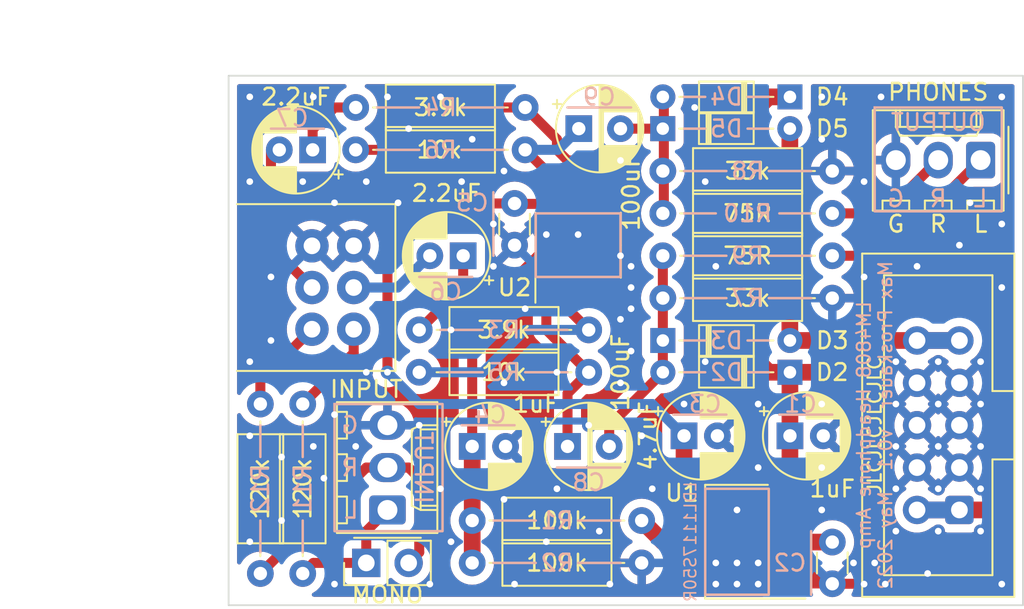
<source format=kicad_pcb>
(kicad_pcb (version 20211014) (generator pcbnew)
  (title_block (title "LM4808 Headphone Amp") (date "2022-05-30") (rev "0.1") (company "Max Proskauer"))
  (layers (0 "F.Cu" signal) (31 "B.Cu" signal) (34 "B.Paste" user) (35 "F.Paste" user) (36 "B.SilkS" user "B.Silkscreen") (37 "F.SilkS" user "F.Silkscreen") (38 "B.Mask" user) (39 "F.Mask" user) (44 "Edge.Cuts" user))
  (net 0 "")
  (net 1 "GND")
  (net 2 "+12V")
  (net 3 "+5V")
  (net 4 "/AMP_BIAS")
  (net 5 "Net-(C6-Pad1)")
  (net 6 "/SIG_ATTN_L")
  (net 7 "Net-(C7-Pad1)")
  (net 8 "/SIG_ATTN_R")
  (net 9 "/AMP_OUT_L")
  (net 10 "/HP_FLT_L")
  (net 11 "/AMP_OUT_R")
  (net 12 "/HP_FLT_R")
  (net 13 "-12V")
  (net 14 "/SIG_L")
  (net 15 "/SIG_R")
  (net 16 "/AMP_IN_L")
  (net 17 "/AMP_IN_R")
  (net 18 "/HP_L")
  (net 19 "/HP_R")
  (net 20 "Net-(R11-Pad2)")
  (net 21 "Net-(R12-Pad2)")
  (footprint "Resistor_THT:R_Axial_DIN0207_L6.3mm_D2.5mm_P10.16mm_Horizontal" (layer "F.Cu") (at 149.225 96.52)
    (fp_text reference "R7" (at 5.08 0 -180) (layer "B.SilkS") (effects (justify mirror)))
    (fp_text value "33k" (at 5.08 0) (layer "F.SilkS"))
    (pad "1" thru_hole circle (at 0 0) (size 1.6 1.6) (drill 0.8) (layers *.Cu *.Mask) (net 10 "/HP_FLT_L"))
    (pad "2" thru_hole oval (at 10.16 0) (size 1.6 1.6) (drill 0.8) (layers *.Cu *.Mask) (net 1 "GND"))
  )
  (footprint "Diode_THT:D_DO-34_SOD68_P7.62mm_Horizontal" (layer "F.Cu") (at 149.22 86.36)
    (fp_text reference "D5" (at 10.16 0) (layer "F.SilkS"))
    (fp_text value "1N4148" hide)
    (pad "1" thru_hole rect (at 0 0) (size 1.5 1.5) (drill 0.75) (layers *.Cu *.Mask) (net 12 "/HP_FLT_R"))
    (pad "2" thru_hole oval (at 7.62 0) (size 1.5 1.5) (drill 0.75) (layers *.Cu *.Mask) (net 13 "-12V"))
  )
  (footprint "Capacitor_THT:C_Disc_D3.0mm_W1.6mm_P2.50mm" (layer "F.Cu") (at 159.385 113.645 90)
    (fp_text reference "C2" (at 1.25 -2.54) (layer "B.SilkS") (effects (justify mirror)))
    (fp_text value "0.1uF" hide)
    (pad "1" thru_hole circle (at 0 0 90) (size 1.6 1.6) (drill 0.8) (layers *.Cu *.Mask) (net 1 "GND"))
    (pad "2" thru_hole circle (at 2.5 0 90) (size 1.6 1.6) (drill 0.8) (layers *.Cu *.Mask) (net 3 "+5V"))
  )
  (footprint "Resistor_THT:R_Axial_DIN0207_L6.3mm_D2.5mm_P10.16mm_Horizontal" (layer "F.Cu") (at 125.095 113.03 90)
    (fp_text reference "R12" (at 5.08 0 -90) (layer "B.SilkS") (effects (justify mirror)))
    (fp_text value "120k" (at 5.08 0 90) (layer "F.SilkS"))
    (pad "1" thru_hole circle (at 0 0 90) (size 1.6 1.6) (drill 0.8) (layers *.Cu *.Mask) (net 15 "/SIG_R"))
    (pad "2" thru_hole oval (at 10.16 0 90) (size 1.6 1.6) (drill 0.8) (layers *.Cu *.Mask) (net 21 "Net-(R12-Pad2)"))
  )
  (footprint "Resistor_THT:R_Axial_DIN0207_L6.3mm_D2.5mm_P10.16mm_Horizontal" (layer "F.Cu") (at 134.62 98.425)
    (fp_text reference "R3" (at 5.08 0) (layer "B.SilkS") (effects (justify mirror)))
    (fp_text value "3.9k" (at 5.08 0) (layer "F.SilkS"))
    (pad "1" thru_hole circle (at 0 0) (size 1.6 1.6) (drill 0.8) (layers *.Cu *.Mask) (net 5 "Net-(C6-Pad1)"))
    (pad "2" thru_hole oval (at 10.16 0) (size 1.6 1.6) (drill 0.8) (layers *.Cu *.Mask) (net 16 "/AMP_IN_L"))
  )
  (footprint "Capacitor_THT:C_Disc_D3.0mm_W1.6mm_P2.50mm" (layer "F.Cu") (at 140.335 90.845 -90)
    (fp_text reference "C5" (at -0.04 2.54) (layer "B.SilkS") (effects (justify mirror)))
    (fp_text value "0.1uF" hide)
    (pad "1" thru_hole circle (at 0 0 270) (size 1.6 1.6) (drill 0.8) (layers *.Cu *.Mask) (net 3 "+5V"))
    (pad "2" thru_hole circle (at 2.5 0 270) (size 1.6 1.6) (drill 0.8) (layers *.Cu *.Mask) (net 1 "GND"))
  )
  (footprint "Capacitor_THT:CP_Radial_D5.0mm_P2.00mm" (layer "F.Cu") (at 128.23 87.63 180)
    (fp_text reference "C7" (at 1.23 1.905 180) (layer "B.SilkS") (effects (justify mirror)))
    (fp_text value "2.2uF" (at 1 3.175 180) (layer "F.SilkS"))
    (pad "1" thru_hole rect (at 0 0 180) (size 1.6 1.6) (drill 0.8) (layers *.Cu *.Mask) (net 7 "Net-(C7-Pad1)"))
    (pad "2" thru_hole circle (at 2 0 180) (size 1.6 1.6) (drill 0.8) (layers *.Cu *.Mask) (net 8 "/SIG_ATTN_R"))
  )
  (footprint "Capacitor_THT:CP_Radial_D5.0mm_P2.50mm" (layer "F.Cu") (at 144.185 86.36)
    (fp_text reference "C9" (at 1.23 -1.905) (layer "B.SilkS") (effects (justify mirror)))
    (fp_text value "100uF" (at 3.135 3.81 270) (layer "F.SilkS"))
    (pad "1" thru_hole rect (at 0 0) (size 1.6 1.6) (drill 0.8) (layers *.Cu *.Mask) (net 11 "/AMP_OUT_R"))
    (pad "2" thru_hole circle (at 2.5 0) (size 1.6 1.6) (drill 0.8) (layers *.Cu *.Mask) (net 12 "/HP_FLT_R"))
  )
  (footprint "Resistor_THT:R_Axial_DIN0207_L6.3mm_D2.5mm_P10.16mm_Horizontal" (layer "F.Cu") (at 137.795 112.395)
    (fp_text reference "R2" (at 5.08 0) (layer "B.SilkS") (effects (justify mirror)))
    (fp_text value "100k" (at 5.08 0) (layer "F.SilkS"))
    (pad "1" thru_hole circle (at 0 0) (size 1.6 1.6) (drill 0.8) (layers *.Cu *.Mask) (net 4 "/AMP_BIAS"))
    (pad "2" thru_hole oval (at 10.16 0) (size 1.6 1.6) (drill 0.8) (layers *.Cu *.Mask) (net 1 "GND"))
  )
  (footprint "Connector_PinHeader_2.54mm:PinHeader_1x02_P2.54mm_Vertical" (layer "F.Cu") (at 131.445 112.395 90)
    (fp_text reference "JP1" hide)
    (fp_text value "MONO" (at -1.905 1.27 180) (layer "F.SilkS"))
    (pad "1" thru_hole rect (at 0 0 90) (size 1.7 1.7) (drill 1) (layers *.Cu *.Mask) (net 14 "/SIG_L"))
    (pad "2" thru_hole oval (at 0 2.54 90) (size 1.7 1.7) (drill 1) (layers *.Cu *.Mask) (net 15 "/SIG_R"))
  )
  (footprint "kosmo-lib:Pot_Bourns_PTD902" (layer "F.Cu") (at 123.19 95.885 180)
    (fp_text reference "RV1" hide)
    (fp_text value "10k" hide)
    (pad "1" thru_hole circle (at -5 2.5 180) (size 2 2) (drill 1) (layers *.Cu *.Mask) (net 1 "GND"))
    (pad "2" thru_hole circle (at -5 0 180) (size 2 2) (drill 1) (layers *.Cu *.Mask) (net 8 "/SIG_ATTN_R"))
    (pad "3" thru_hole circle (at -5 -2.5 180) (size 2 2) (drill 1) (layers *.Cu *.Mask) (net 21 "Net-(R12-Pad2)"))
    (pad "4" thru_hole circle (at -7.5 2.5 180) (size 2 2) (drill 1) (layers *.Cu *.Mask) (net 1 "GND"))
    (pad "5" thru_hole circle (at -7.5 0 180) (size 2 2) (drill 1) (layers *.Cu *.Mask) (net 6 "/SIG_ATTN_L"))
    (pad "6" thru_hole circle (at -7.5 -2.5 180) (size 2 2) (drill 1) (layers *.Cu *.Mask) (net 20 "Net-(R11-Pad2)"))
  )
  (footprint "Connector_IDC:IDC-Header_2x05_P2.54mm_Vertical" (layer "F.Cu") (at 167.005 109.22 180)
    (fp_text reference "J1" hide)
    (fp_text value "POWER" hide)
    (pad "1" thru_hole roundrect (at 0 0 180) (size 1.7 1.7) (drill 1) (layers *.Cu *.Mask) (roundrect_rratio 0.1470588235) (net 13 "-12V"))
    (pad "2" thru_hole circle (at 2.54 0 180) (size 1.7 1.7) (drill 1) (layers *.Cu *.Mask) (net 13 "-12V"))
    (pad "3" thru_hole circle (at 0 2.54 180) (size 1.7 1.7) (drill 1) (layers *.Cu *.Mask) (net 1 "GND"))
    (pad "4" thru_hole circle (at 2.54 2.54 180) (size 1.7 1.7) (drill 1) (layers *.Cu *.Mask) (net 1 "GND"))
    (pad "5" thru_hole circle (at 0 5.08 180) (size 1.7 1.7) (drill 1) (layers *.Cu *.Mask) (net 1 "GND"))
    (pad "6" thru_hole circle (at 2.54 5.08 180) (size 1.7 1.7) (drill 1) (layers *.Cu *.Mask) (net 1 "GND"))
    (pad "7" thru_hole circle (at 0 7.62 180) (size 1.7 1.7) (drill 1) (layers *.Cu *.Mask) (net 1 "GND"))
    (pad "8" thru_hole circle (at 2.54 7.62 180) (size 1.7 1.7) (drill 1) (layers *.Cu *.Mask) (net 1 "GND"))
    (pad "9" thru_hole circle (at 0 10.16 180) (size 1.7 1.7) (drill 1) (layers *.Cu *.Mask) (net 2 "+12V"))
    (pad "10" thru_hole circle (at 2.54 10.16 180) (size 1.7 1.7) (drill 1) (layers *.Cu *.Mask) (net 2 "+12V"))
  )
  (footprint "Resistor_THT:R_Axial_DIN0207_L6.3mm_D2.5mm_P10.16mm_Horizontal" (layer "F.Cu") (at 127.635 113.03 90)
    (fp_text reference "R11" (at 5.08 0 -90) (layer "B.SilkS") (effects (justify mirror)))
    (fp_text value "120k" (at 5.08 0 90) (layer "F.SilkS"))
    (pad "1" thru_hole circle (at 0 0 90) (size 1.6 1.6) (drill 0.8) (layers *.Cu *.Mask) (net 14 "/SIG_L"))
    (pad "2" thru_hole oval (at 10.16 0 90) (size 1.6 1.6) (drill 0.8) (layers *.Cu *.Mask) (net 20 "Net-(R11-Pad2)"))
  )
  (footprint "Capacitor_THT:CP_Radial_D5.0mm_P2.00mm" (layer "F.Cu") (at 137.255 93.98 180)
    (fp_text reference "C6" (at 1.0475 -2.159 180) (layer "B.SilkS") (effects (justify mirror)))
    (fp_text value "2.2uF" (at 1 3.75 180) (layer "F.SilkS"))
    (pad "1" thru_hole rect (at 0 0 180) (size 1.6 1.6) (drill 0.8) (layers *.Cu *.Mask) (net 5 "Net-(C6-Pad1)"))
    (pad "2" thru_hole circle (at 2 0 180) (size 1.6 1.6) (drill 0.8) (layers *.Cu *.Mask) (net 6 "/SIG_ATTN_L"))
  )
  (footprint "Package_TO_SOT_SMD:SOT-223-3_TabPin2" (layer "F.Cu") (at 153.67 111.125 180)
    (fp_text reference "U1" (at 3.302 2.921) (layer "F.SilkS"))
    (fp_text value "LDL1117S50R" (at 2.794 0 90) (layer "B.SilkS") (effects (font (size 0.7 0.7) (thickness 0.1)) (justify mirror)))
    (pad "1" smd rect (at -3.15 -2.3 180) (size 2 1.5) (layers "F.Cu" "F.Paste" "F.Mask") (net 1 "GND"))
    (pad "2" smd rect (at 3.15 0 180) (size 2 3.8) (layers "F.Cu" "F.Paste" "F.Mask") (net 3 "+5V"))
    (pad "2" smd rect (at -3.15 0 180) (size 2 1.5) (layers "F.Cu" "F.Paste" "F.Mask") (net 3 "+5V"))
    (pad "3" smd rect (at -3.15 2.3 180) (size 2 1.5) (layers "F.Cu" "F.Paste" "F.Mask") (net 2 "+12V"))
  )
  (footprint "Package_SO:SOIC-8_3.9x4.9mm_P1.27mm" (layer "F.Cu") (at 144.145 93.345 90)
    (fp_text reference "U2" (at -2.54 -3.81 180) (layer "F.SilkS"))
    (fp_text value "LM4808")
    (pad "1" smd roundrect (at -2.475 -1.905 90) (size 1.95 0.6) (layers "F.Cu" "F.Paste" "F.Mask") (net 9 "/AMP_OUT_L"))
    (pad "2" smd roundrect (at -2.475 -0.635 90) (size 1.95 0.6) (layers "F.Cu" "F.Paste" "F.Mask") (net 16 "/AMP_IN_L"))
    (pad "3" smd roundrect (at -2.475 0.635 90) (size 1.95 0.6) (layers "F.Cu" "F.Paste" "F.Mask") (net 4 "/AMP_BIAS"))
    (pad "4" smd roundrect (at -2.475 1.905 90) (size 1.95 0.6) (layers "F.Cu" "F.Paste" "F.Mask") (net 1 "GND"))
    (pad "5" smd roundrect (at 2.475 1.905 90) (size 1.95 0.6) (layers "F.Cu" "F.Paste" "F.Mask") (net 4 "/AMP_BIAS"))
    (pad "6" smd roundrect (at 2.475 0.635 90) (size 1.95 0.6) (layers "F.Cu" "F.Paste" "F.Mask") (net 17 "/AMP_IN_R"))
    (pad "7" smd roundrect (at 2.475 -0.635 90) (size 1.95 0.6) (layers "F.Cu" "F.Paste" "F.Mask") (net 11 "/AMP_OUT_R"))
    (pad "8" smd roundrect (at 2.475 -1.905 90) (size 1.95 0.6) (layers "F.Cu" "F.Paste" "F.Mask") (net 3 "+5V"))
  )
  (footprint "Diode_THT:D_DO-34_SOD68_P7.62mm_Horizontal" (layer "F.Cu") (at 156.845 100.965 180)
    (fp_text reference "D2" (at -2.53 0) (layer "F.SilkS"))
    (fp_text value "1N4148" hide)
    (pad "1" thru_hole rect (at 0 0 180) (size 1.5 1.5) (drill 0.75) (layers *.Cu *.Mask) (net 2 "+12V"))
    (pad "2" thru_hole oval (at 7.62 0 180) (size 1.5 1.5) (drill 0.75) (layers *.Cu *.Mask) (net 10 "/HP_FLT_L"))
  )
  (footprint "Resistor_THT:R_Axial_DIN0207_L6.3mm_D2.5mm_P10.16mm_Horizontal" (layer "F.Cu") (at 149.225 93.98)
    (fp_text reference "R9" (at 5.08 0 -180) (layer "B.SilkS") (effects (justify mirror)))
    (fp_text value "75R" (at 5.08 0) (layer "F.SilkS"))
    (pad "1" thru_hole circle (at 0 0) (size 1.6 1.6) (drill 0.8) (layers *.Cu *.Mask) (net 10 "/HP_FLT_L"))
    (pad "2" thru_hole oval (at 10.16 0) (size 1.6 1.6) (drill 0.8) (layers *.Cu *.Mask) (net 18 "/HP_L"))
  )
  (footprint "Resistor_THT:R_Axial_DIN0207_L6.3mm_D2.5mm_P10.16mm_Horizontal" (layer "F.Cu") (at 149.225 91.44)
    (fp_text reference "R10" (at 5.08 0 -180) (layer "B.SilkS") (effects (justify mirror)))
    (fp_text value "75R" (at 5.08 0) (layer "F.SilkS"))
    (pad "1" thru_hole circle (at 0 0) (size 1.6 1.6) (drill 0.8) (layers *.Cu *.Mask) (net 12 "/HP_FLT_R"))
    (pad "2" thru_hole oval (at 10.16 0) (size 1.6 1.6) (drill 0.8) (layers *.Cu *.Mask) (net 19 "/HP_R"))
  )
  (footprint "Capacitor_THT:CP_Radial_D5.0mm_P2.50mm" (layer "F.Cu") (at 143.51 105.41)
    (fp_text reference "C8" (at 1.27 2.159) (layer "B.SilkS") (effects (justify mirror)))
    (fp_text value "100uF" (at 3.175 -4.445 270) (layer "F.SilkS"))
    (pad "1" thru_hole rect (at 0 0) (size 1.6 1.6) (drill 0.8) (layers *.Cu *.Mask) (net 9 "/AMP_OUT_L"))
    (pad "2" thru_hole circle (at 2.5 0) (size 1.6 1.6) (drill 0.8) (layers *.Cu *.Mask) (net 10 "/HP_FLT_L"))
  )
  (footprint "Resistor_THT:R_Axial_DIN0207_L6.3mm_D2.5mm_P10.16mm_Horizontal" (layer "F.Cu") (at 130.81 87.63)
    (fp_text reference "R6" (at 5.08 0) (layer "B.SilkS") (effects (justify mirror)))
    (fp_text value "10k" (at 5.015112 0) (layer "F.SilkS"))
    (pad "1" thru_hole circle (at 0 0) (size 1.6 1.6) (drill 0.8) (layers *.Cu *.Mask) (net 17 "/AMP_IN_R"))
    (pad "2" thru_hole oval (at 10.16 0) (size 1.6 1.6) (drill 0.8) (layers *.Cu *.Mask) (net 11 "/AMP_OUT_R"))
  )
  (footprint "Connector_Molex:Molex_KK-254_AE-6410-03A_1x03_P2.54mm_Vertical" (layer "F.Cu") (at 168.275 88.245 180)
    (fp_text reference "J3" hide)
    (fp_text value "PHONES" (at 2.54 4.08) (layer "F.SilkS"))
    (pad "R" thru_hole oval (at 2.54 0 180) (size 1.74 2.19) (drill 1.19) (layers *.Cu *.Mask) (net 19 "/HP_R"))
    (pad "S" thru_hole oval (at 5.08 0 180) (size 1.74 2.19) (drill 1.19) (layers *.Cu *.Mask) (net 1 "GND"))
    (pad "T" thru_hole roundrect (at 0 0 180) (size 1.74 2.19) (drill 1.19) (layers *.Cu *.Mask) (roundrect_rratio 0.1436781609) (net 18 "/HP_L"))
  )
  (footprint "Diode_THT:D_DO-34_SOD68_P7.62mm_Horizontal" (layer "F.Cu") (at 149.225 99.06)
    (fp_text reference "D3" (at 10.16 0) (layer "F.SilkS"))
    (fp_text value "1N4148" hide)
    (pad "1" thru_hole rect (at 0 0) (size 1.5 1.5) (drill 0.75) (layers *.Cu *.Mask) (net 10 "/HP_FLT_L"))
    (pad "2" thru_hole oval (at 7.62 0) (size 1.5 1.5) (drill 0.75) (layers *.Cu *.Mask) (net 13 "-12V"))
  )
  (footprint "Diode_THT:D_DO-34_SOD68_P7.62mm_Horizontal" (layer "F.Cu") (at 156.845 84.455 180)
    (fp_text reference "D4" (at -2.54 0) (layer "F.SilkS"))
    (fp_text value "1N4148" hide)
    (pad "1" thru_hole rect (at 0 0 180) (size 1.5 1.5) (drill 0.75) (layers *.Cu *.Mask) (net 2 "+12V"))
    (pad "2" thru_hole oval (at 7.62 0 180) (size 1.5 1.5) (drill 0.75) (layers *.Cu *.Mask) (net 12 "/HP_FLT_R"))
  )
  (footprint "Resistor_THT:R_Axial_DIN0207_L6.3mm_D2.5mm_P10.16mm_Horizontal" (layer "F.Cu") (at 134.62 100.965)
    (fp_text reference "R5" (at 5.08 0) (layer "B.SilkS") (effects (justify mirror)))
    (fp_text value "10k" (at 5.08 0) (layer "F.SilkS"))
    (pad "1" thru_hole circle (at 0 0) (size 1.6 1.6) (drill 0.8) (layers *.Cu *.Mask) (net 16 "/AMP_IN_L"))
    (pad "2" thru_hole oval (at 10.16 0) (size 1.6 1.6) (drill 0.8) (layers *.Cu *.Mask) (net 9 "/AMP_OUT_L"))
  )
  (footprint "Resistor_THT:R_Axial_DIN0207_L6.3mm_D2.5mm_P10.16mm_Horizontal" (layer "F.Cu") (at 130.81 85.09)
    (fp_text reference "R4" (at 5.08 0) (layer "B.SilkS") (effects (justify mirror)))
    (fp_text value "3.9k" (at 5.08 0) (layer "F.SilkS"))
    (pad "1" thru_hole circle (at 0 0) (size 1.6 1.6) (drill 0.8) (layers *.Cu *.Mask) (net 7 "Net-(C7-Pad1)"))
    (pad "2" thru_hole oval (at 10.16 0) (size 1.6 1.6) (drill 0.8) (layers *.Cu *.Mask) (net 17 "/AMP_IN_R"))
  )
  (footprint "Capacitor_THT:CP_Radial_D5.0mm_P2.00mm" (layer "F.Cu") (at 137.795 105.41)
    (fp_text reference "C4" (at 1.08 -1.905) (layer "B.SilkS") (effects (justify mirror)))
    (fp_text value "1uF" (at 3.81 -2.54) (layer "F.SilkS"))
    (pad "1" thru_hole rect (at 0 0) (size 1.6 1.6) (drill 0.8) (layers *.Cu *.Mask) (net 4 "/AMP_BIAS"))
    (pad "2" thru_hole circle (at 2 0) (size 1.6 1.6) (drill 0.8) (layers *.Cu *.Mask) (net 1 "GND"))
  )
  (footprint "Capacitor_THT:CP_Radial_D5.0mm_P2.00mm" (layer "F.Cu") (at 150.495 104.775)
    (fp_text reference "C3" (at 1.27 -1.905) (layer "B.SilkS") (effects (justify mirror)))
    (fp_text value "4.7uF" (at -2.159 0 90) (layer "F.SilkS"))
    (pad "1" thru_hole rect (at 0 0) (size 1.6 1.6) (drill 0.8) (layers *.Cu *.Mask) (net 3 "+5V"))
    (pad "2" thru_hole circle (at 2 0) (size 1.6 1.6) (drill 0.8) (layers *.Cu *.Mask) (net 1 "GND"))
  )
  (footprint "Connector_Molex:Molex_KK-254_AE-6410-03A_1x03_P2.54mm_Vertical" (layer "F.Cu") (at 132.715 109.22 90)
    (fp_text reference "J2" hide)
    (fp_text value "INPUT" (at 7.239 -1.27 180) (layer "F.SilkS"))
    (pad "1" thru_hole roundrect (at 0 0 90) (size 1.74 2.19) (drill 1.19) (layers *.Cu *.Mask) (roundrect_rratio 0.1436781609) (net 14 "/SIG_L"))
    (pad "2" thru_hole oval (at 2.54 0 90) (size 1.74 2.19) (drill 1.19) (layers *.Cu *.Mask) (net 15 "/SIG_R"))
    (pad "3" thru_hole oval (at 5.08 0 90) (size 1.74 2.19) (drill 1.19) (layers *.Cu *.Mask) (net 1 "GND"))
  )
  (footprint "Capacitor_THT:CP_Radial_D5.0mm_P2.00mm" (layer "F.Cu") (at 156.845 104.775)
    (fp_text reference "C1" (at 0.635 -1.905) (layer "B.SilkS") (effects (justify mirror)))
    (fp_text value "1uF" (at 2.54 3.175 180) (layer "F.SilkS"))
    (pad "1" thru_hole rect (at 0 0) (size 1.6 1.6) (drill 0.8) (layers *.Cu *.Mask) (net 2 "+12V"))
    (pad "2" thru_hole circle (at 2 0) (size 1.6 1.6) (drill 0.8) (layers *.Cu *.Mask) (net 1 "GND"))
  )
  (footprint "Resistor_THT:R_Axial_DIN0207_L6.3mm_D2.5mm_P10.16mm_Horizontal" (layer "F.Cu") (at 147.955 109.855 180)
    (fp_text reference "R1" (at 5.08 0) (layer "B.SilkS") (effects (justify mirror)))
    (fp_text value "100k" (at 5.08 0) (layer "F.SilkS"))
    (pad "1" thru_hole circle (at 0 0 180) (size 1.6 1.6) (drill 0.8) (layers *.Cu *.Mask) (net 3 "+5V"))
    (pad "2" thru_hole oval (at 10.16 0 180) (size 1.6 1.6) (drill 0.8) (layers *.Cu *.Mask) (net 4 "/AMP_BIAS"))
  )
  (footprint "Resistor_THT:R_Axial_DIN0207_L6.3mm_D2.5mm_P10.16mm_Horizontal" (layer "F.Cu") (at 149.225 88.9)
    (fp_text reference "R8" (at 5.08 0 -180) (layer "B.SilkS") (effects (justify mirror)))
    (fp_text value "33k" (at 5.08 0) (layer "F.SilkS"))
    (pad "1" thru_hole circle (at 0 0) (size 1.6 1.6) (drill 0.8) (layers *.Cu *.Mask) (net 12 "/HP_FLT_R"))
    (pad "2" thru_hole oval (at 10.16 0) (size 1.6 1.6) (drill 0.8) (layers *.Cu *.Mask) (net 1 "GND"))
  )
  (gr_line (start 153.035 93.98) (end 150.495 93.98) (layer "B.SilkS") (width 0.15))
  (gr_line (start 134.62 85.09) (end 132.08 85.09) (layer "B.SilkS") (width 0.15))
  (gr_line (start 139.7 85.09) (end 137.16 85.09) (layer "B.SilkS") (width 0.15))
  (gr_line (start 143.51 100.965) (end 140.97 100.965) (layer "B.SilkS") (width 0.15))
  (gr_line (start 152.4 91.44) (end 150.495 91.44) (layer "B.SilkS") (width 0.15))
  (gr_line (start 151.765 84.455) (end 150.495 84.455) (layer "B.SilkS") (width 0.15))
  (gr_line (start 158.115 93.98) (end 155.575 93.98) (layer "B.SilkS") (width 0.15))
  (gr_line (start 138.43 98.425) (end 135.89 98.425) (layer "B.SilkS") (width 0.15))
  (gr_line (start 144.145 112.395) (end 146.685 112.395) (layer "B.SilkS") (width 0.15))
  (gr_line (start 125.095 104.14) (end 125.095 106.045) (layer "B.SilkS") (width 0.15))
  (gr_line (start 141.605 109.855) (end 139.065 109.855) (layer "B.SilkS") (width 0.15))
  (gr_line (start 153.035 96.52) (end 150.495 96.52) (layer "B.SilkS") (width 0.15))
  (gr_rect (start 155.575 107.95) (end 151.765 114.3) (layer "B.SilkS") (width 0.15) (fill none))
  (gr_line (start 137.16 87.63) (end 139.7 87.63) (layer "B.SilkS") (width 0.15))
  (gr_line (start 147.32 85.09) (end 143.51 85.09) (layer "B.SilkS") (width 0.15))
  (gr_line (start 155.575 86.36) (end 154.305 86.36) (layer "B.SilkS") (width 0.15))
  (gr_line (start 128.905 86.36) (end 125.73 86.36) (layer "B.SilkS") (width 0.15))
  (gr_rect (start 146.685 91.44) (end 141.605 95.25) (layer "B.SilkS") (width 0.15) (fill none))
  (gr_line (start 127.635 104.14) (end 127.635 106.045) (layer "B.SilkS") (width 0.15))
  (gr_line (start 155.575 84.455) (end 154.305 84.455) (layer "B.SilkS") (width 0.15))
  (gr_line (start 146.685 109.855) (end 144.145 109.855) (layer "B.SilkS") (width 0.15))
  (gr_line (start 143.51 98.425) (end 140.97 98.425) (layer "B.SilkS") (width 0.15))
  (gr_line (start 125.095 109.855) (end 125.095 111.76) (layer "B.SilkS") (width 0.15))
  (gr_line (start 137.795 95.25) (end 134.62 95.25) (layer "B.SilkS") (width 0.15))
  (gr_line (start 127.635 109.855) (end 127.635 111.76) (layer "B.SilkS") (width 0.15))
  (gr_line (start 151.765 99.06) (end 150.495 99.06) (layer "B.SilkS") (width 0.15))
  (gr_line (start 153.035 103.505) (end 149.86 103.505) (layer "B.SilkS") (width 0.15))
  (gr_line (start 138.43 100.965) (end 135.89 100.965) (layer "B.SilkS") (width 0.15))
  (gr_line (start 155.575 99.06) (end 154.305 99.06) (layer "B.SilkS") (width 0.15))
  (gr_line (start 139.065 90.17) (end 139.065 93.98) (layer "B.SilkS") (width 0.15))
  (gr_line (start 158.115 110.49) (end 158.115 114.3) (layer "B.SilkS") (width 0.15))
  (gr_line (start 156.21 91.44) (end 158.115 91.44) (layer "B.SilkS") (width 0.15))
  (gr_line (start 132.08 87.63) (end 134.62 87.63) (layer "B.SilkS") (width 0.15))
  (gr_line (start 155.575 88.9) (end 158.115 88.9) (layer "B.SilkS") (width 0.15))
  (gr_line (start 155.575 96.52) (end 158.115 96.52) (layer "B.SilkS") (width 0.15))
  (gr_rect (start 169.545 85.09) (end 161.925 91.313) (layer "B.SilkS") (width 0.15) (fill none))
  (gr_rect (start 136.017 102.87) (end 129.54 110.49) (layer "B.SilkS") (width 0.15) (fill none))
  (gr_line (start 155.575 100.965) (end 154.305 100.965) (layer "B.SilkS") (width 0.15))
  (gr_line (start 140.335 104.14) (end 137.16 104.14) (layer "B.SilkS") (width 0.15))
  (gr_line (start 151.765 100.965) (end 150.495 100.965) (layer "B.SilkS") (width 0.15))
  (gr_line (start 151.765 86.36) (end 150.495 86.36) (layer "B.SilkS") (width 0.15))
  (gr_line (start 159.385 103.505) (end 156.21 103.505) (layer "B.SilkS") (width 0.15))
  (gr_line (start 153.035 88.9) (end 150.495 88.9) (layer "B.SilkS") (width 0.15))
  (gr_line (start 146.685 106.68) (end 142.875 106.68) (layer "B.SilkS") (width 0.15))
  (gr_line (start 139.065 112.395) (end 141.605 112.395) (layer "B.SilkS") (width 0.15))
  (gr_rect (start 170.815 114.935) (end 123.19 83.185) (layer "Edge.Cuts") (width 0.1) (fill none))
  (gr_text "L" (at 168.275 90.551) (layer "B.SilkS") (effects (font (size 1 1)) (justify mirror)))
  (gr_text "D4" (at 153.035 84.455) (layer "B.SilkS") (effects (font (size 1 1)) (justify mirror)))
  (gr_text "OUTPUT" (at 165.735 85.979) (layer "B.SilkS") (effects (font (size 1 1)) (justify mirror)))
  (gr_text "G" (at 131.064 104.14) (layer "B.SilkS") (effects (font (size 1 1)) (justify left mirror)))
  (gr_text "D2" (at 153.035 100.965) (layer "B.SilkS") (effects (font (size 1 1)) (justify mirror)))
  (gr_text "INPUT" (at 134.874 106.68 270) (layer "B.SilkS") (effects (font (size 1 1)) (justify mirror)))
  (gr_text "LM4808 Headphone Amp\nMax Proskauer  v0.1  May 2022" (at 161.925 104.14 90) (layer "B.SilkS") (effects (font (size 0.8 0.8) (thickness 0.12)) (justify mirror)))
  (gr_text "G" (at 163.195 90.551) (layer "B.SilkS") (effects (font (size 1 1)) (justify mirror)))
  (gr_text "D3" (at 153.035 99.06) (layer "B.SilkS") (effects (font (size 1 1)) (justify mirror)))
  (gr_text "D5" (at 153.035 86.36) (layer "B.SilkS") (effects (font (size 1 1)) (justify mirror)))
  (gr_text "L" (at 131.064 109.22) (layer "B.SilkS") (effects (font (size 1 1)) (justify left mirror)))
  (gr_text "R" (at 165.735 90.551) (layer "B.SilkS") (effects (font (size 1 1)) (justify mirror)))
  (gr_text "R" (at 131.064 106.68) (layer "B.SilkS") (effects (font (size 1 1)) (justify left mirror)))
  (gr_text "JLCJLCJLCJLC" (at 161.925 104.14 90) (layer "F.SilkS") (effects (font (size 0.8 0.8) (thickness 0.13))))
  (gr_text "R" (at 165.735 92.075) (layer "F.SilkS") (effects (font (size 1 1))))
  (gr_text "L" (at 168.275 92.075) (layer "F.SilkS") (effects (font (size 1 1))))
  (gr_text "G" (at 163.195 92.075) (layer "F.SilkS") (effects (font (size 1 1))))
  (segment (start 159.165 113.425) (end 159.385 113.645) (width 1) (layer "F.Cu") (net 1))
  (segment (start 161.27 113.645) (end 161.29 113.665) (width 0.6) (layer "F.Cu") (net 1))
  (segment (start 156.82 113.425) (end 159.165 113.425) (width 1) (layer "F.Cu") (net 1))
  (segment (start 159.385 113.645) (end 161.27 113.645) (width 0.6) (layer "F.Cu") (net 1))
  (via (at 124.46 84.455) (size 0.8) (drill 0.4) (layers "F.Cu" "B.Cu") (net 1))
  (via (at 152.4 113.665) (size 0.8) (drill 0.4) (layers "F.Cu" "B.Cu") (net 1))
  (via (at 125.73 99.06) (size 0.8) (drill 0.4) (layers "F.Cu" "B.Cu") (net 1))
  (via (at 133.35 90.805) (size 0.8) (drill 0.4) (layers "F.Cu" "B.Cu") (net 1))
  (via (at 163.195 110.49) (size 0.8) (drill 0.4) (layers "F.Cu" "B.Cu") (net 1))
  (via (at 146.685 97.79) (size 0.8) (drill 0.4) (layers "F.Cu" "B.Cu") (net 1))
  (via (at 139.065 94.615) (size 0.8) (drill 0.4) (layers "F.Cu" "B.Cu") (net 1))
  (via (at 154.94 106.68) (size 0.8) (drill 0.4) (layers "F.Cu" "B.Cu") (net 1))
  (via (at 129.54 113.665) (size 0.8) (drill 0.4) (layers "F.Cu" "B.Cu") (net 1))
  (via (at 168.275 105.41) (size 0.8) (drill 0.4) (layers "F.Cu" "B.Cu") (net 1))
  (via (at 128.27 84.455) (size 0.8) (drill 0.4) (layers "F.Cu" "B.Cu") (net 1))
  (via (at 124.46 89.535) (size 0.8) (drill 0.4) (layers "F.Cu" "B.Cu") (net 1))
  (via (at 124.46 100.33) (size 0.8) (drill 0.4) (layers "F.Cu" "B.Cu") (net 1))
  (via (at 140.335 113.665) (size 0.8) (drill 0.4) (layers "F.Cu" "B.Cu") (net 1))
  (via (at 163.195 107.95) (size 0.8) (drill 0.4) (layers "F.Cu" "B.Cu") (net 1))
  (via (at 153.67 113.665) (size 0.8) (drill 0.4) (layers "F.Cu" "B.Cu") (net 1))
  (via (at 164.465 94.615) (size 0.8) (drill 0.4) (layers "F.Cu" "B.Cu") (net 1))
  (via (at 162.56 113.665) (size 0.8) (drill 0.4) (layers "F.Cu" "B.Cu") (net 1))
  (via (at 158.75 109.22) (size 0.8) (drill 0.4) (layers "F.Cu" "B.Cu") (net 1))
  (via (at 151.13 85.09) (size 0.8) (drill 0.4) (layers "F.Cu" "B.Cu") (net 1))
  (via (at 146.685 101.6) (size 0.8) (drill 0.4) (layers "F.Cu" "B.Cu") (net 1))
  (via (at 161.29 113.665) (size 0.8) (drill 0.4) (layers "F.Cu" "B.Cu") (net 1))
  (via (at 154.94 113.665) (size 0.8) (drill 0.4) (layers "F.Cu" "B.Cu") (net 1))
  (via (at 147.32 94.615) (size 0.8) (drill 0.4) (layers "F.Cu" "B.Cu") (net 1))
  (via (at 150.495 102.87) (size 0.8) (drill 0.4) (layers "F.Cu" "B.Cu") (net 1))
  (via (at 169.545 84.455) (size 0.8) (drill 0.4) (layers "F.Cu" "B.Cu") (net 1))
  (via (at 161.29 95.25) (size 0.8) (drill 0.4) (layers "F.Cu" "B.Cu") (net 1))
  (via (at 126.365 106.045) (size 0.8) (drill 0.4) (layers "F.Cu" "B.Cu") (net 1))
  (via (at 147.32 97.155) (size 0.8) (drill 0.4) (layers "F.Cu" "B.Cu") (net 1))
  (via (at 129.54 103.505) (size 0.8) (drill 0.4) (layers "F.Cu" "B.Cu") (net 1))
  (via (at 127.635 89.535) (size 0.8) (drill 0.4) (layers "F.Cu" "B.Cu") (net 1))
  (via (at 147.32 95.885) (size 0.8) (drill 0.4) (layers "F.Cu" "B.Cu") (net 1))
  (via (at 147.32 99.695) (size 0.8) (drill 0.4) (layers "F.Cu" "B.Cu") (net 1))
  (via (at 130.81 105.41) (size 0.8) (drill 0.4) (layers "F.Cu" "B.Cu") (net 1))
  (via (at 165.735 102.87) (size 0.8) (drill 0.4) (layers "F.Cu" "B.Cu") (net 1))
  (via (at 146.685 93.98) (size 0.8) (drill 0.4) (layers "F.Cu" "B.Cu") (net 1))
  (via (at 137.795 86.995) (size 0.8) (drill 0.4) (layers "F.Cu" "B.Cu") (net 1))
  (via (at 154.94 112.395) (size 0.8) (drill 0.4) (layers "F.Cu" "B.Cu") (net 1))
  (via (at 165.1 113.03) (size 0.8) (drill 0.4) (layers "F.Cu" "B.Cu") (net 1))
  (via (at 144.78 104.14) (size 0.8) (drill 0.4) (layers "F.Cu" "B.Cu") (net 1))
  (via (at 163.195 100.33) (size 0.8) (drill 0.4) (layers "F.Cu" "B.Cu") (net 1))
  (via (at 126.365 109.855) (size 0.8) (drill 0.4) (layers "F.Cu" "B.Cu") (net 1))
  (via (at 146.05 113.665) (size 0.8) (drill 0.4) (layers "F.Cu" "B.Cu") (net 1))
  (via (at 134.62 104.14) (size 0.8) (drill 0.4) (layers "F.Cu" "B.Cu") (net 1))
  (via (at 163.195 105.41) (size 0.8) (drill 0.4) (layers "F.Cu" "B.Cu") (net 1))
  (via (at 168.275 107.95) (size 0.8) (drill 0.4) (layers "F.Cu" "B.Cu") (net 1))
  (via (at 167.005 93.345) (size 0.8) (drill 0.4) (layers "F.Cu" "B.Cu") (net 1))
  (via (at 128.27 105.41) (size 0.8) (drill 0.4) (layers "F.Cu" "B.Cu") (net 1))
  (via (at 132.715 84.455) (size 0.8) (drill 0.4) (layers "F.Cu" "B.Cu") (net 1))
  (via (at 139.065 92.075) (size 0.8) (drill 0.4) (layers "F.Cu" "B.Cu") (net 1))
  (via (at 165.735 107.95) (size 0.8) (drill 0.4) (layers "F.Cu" "B.Cu") (net 1))
  (via (at 135.89 107.95) (size 0.8) (drill 0.4) (layers "F.Cu" "B.Cu") (net 1))
  (via (at 142.875 107.95) (size 0.8) (drill 0.4) (layers "F.Cu" "B.Cu") (net 1))
  (via (at 152.4 94.615) (size 0.8) (drill 0.4) (layers "F.Cu" "B.Cu") (net 1))
  (via (at 151.765 100.33) (size 0.8) (drill 0.4) (layers "F.Cu" "B.Cu") (net 1))
  (via (at 129.54 90.805) (size 0.8) (drill 0.4) (layers "F.Cu" "B.Cu") (net 1))
  (via (at 142.875 100.965) (size 0.8) (drill 0.4) (layers "F.Cu" "B.Cu") (net 1))
  (via (at 165.735 110.49) (size 0.8) (drill 0.4) (layers "F.Cu" "B.Cu") (net 1))
  (via (at 124.46 111.125) (size 0.8) (drill 0.4) (layers "F.Cu" "B.Cu") (net 1))
  (via (at 131.445 89.535) (size 0.8) (drill 0.4) (layers "F.Cu" "B.Cu") (net 1))
  (via (at 168.275 110.49) (size 0.8) (drill 0.4) (layers "F.Cu" "B.Cu") (net 1))
  (via (at 161.29 89.535) (size 0.8) (drill 0.4) (layers "F.Cu" "B.Cu") (net 1))
  (via (at 158.75 106.68) (size 0.8) (drill 0.4) (layers "F.Cu" "B.Cu") (net 1))
  (via (at 147.955 104.775) (size 0.8) (drill 0.4) (layers "F.Cu" "B.Cu") (net 1))
  (via (at 160.655 112.395) (size 0.8) (drill 0.4) (layers "F.Cu" "B.Cu") (net 1))
  (via (at 139.7 108.585) (size 0.8) (drill 0.4) (layers "F.Cu" "B.Cu") (net 1))
  (via (at 128.905 107.315) (size 0.8) (drill 0.4) (layers "F.Cu" "B.Cu") (net 1))
  (via (at 153.67 109.22) (size 0.8) (drill 0.4) (layers "F.Cu" "B.Cu") (net 1))
  (via (at 158.75 84.455) (size 0.8) (drill 0.4) (layers "F.Cu" "B.Cu") (net 1))
  (via (at 167.64 90.805) (size 0.8) (drill 0.4) (layers "F.Cu" "B.Cu") (net 1))
  (via (at 152.4 112.395) (size 0.8) (drill 0.4) (layers "F.Cu" "B.Cu") (net 1))
  (via (at 158.75 86.995) (size 0.8) (drill 0.4) (layers "F.Cu" "B.Cu") (net 1))
  (via (at 169.545 92.075) (size 0.8) (drill 0.4) (layers "F.Cu" "B.Cu") (net 1))
  (via (at 133.985 86.36) (size 0.8) (drill 0.4) (layers "F.Cu" "B.Cu") (net 1))
  (via (at 135.255 113.665) (size 0.8) (drill 0.4) (layers "F.Cu" "B.Cu") (net 1))
  (via (at 145.415 110.49) (size 0.8) (drill 0.4) (layers "F.Cu" "B.Cu") (net 1))
  (via (at 165.735 105.41) (size 0.8) (drill 0.4) (layers "F.Cu" "B.Cu") (net 1))
  (via (at 168.275 102.87) (size 0.8) (drill 0.4) (layers "F.Cu" "B.Cu") (net 1))
  (via (at 139.7 101.6) (size 0.8) (drill 0.4) (layers "F.Cu" "B.Cu") (net 1))
  (via (at 168.275 100.33) (size 0.8) (drill 0.4) (layers "F.Cu" "B.Cu") (net 1))
  (via (at 158.75 102.87) (size 0.8) (drill 0.4) (layers "F.Cu" "B.Cu") (net 1))
  (via (at 162.306 84.455) (size 0.8) (drill 0.4) (layers "F.Cu" "B.Cu") (net 1))
  (via (at 148.59 107.95) (size 0.8) (drill 0.4) (layers "F.Cu" "B.Cu") (net 1))
  (via (at 137.16 89.535) (size 0.8) (drill 0.4) (layers "F.Cu" "B.Cu") (net 1))
  (via (at 146.685 88.265) (size 0.8) (drill 0.4) (layers "F.Cu" "B.Cu") (net 1))
  (via (at 169.545 113.665) (size 0.8) (drill 0.4) (layers "F.Cu" "B.Cu") (net 1))
  (via (at 124.46 104.775) (size 0.8) (drill 0.4) (layers "F.Cu" "B.Cu") (net 1))
  (via (at 142.24 92.71) (size 0.8) (drill 0.4) (layers "F.Cu" "B.Cu") (net 1))
  (via (at 165.735 100.33) (size 0.8) (drill 0.4) (layers "F.Cu" "B.Cu") (net 1))
  (via (at 139.7 88.9) (size 0.8) (drill 0.4) (layers "F.Cu" "B.Cu") (net 1))
  (via (at 163.195 102.87) (size 0.8) (drill 0.4) (layers "F.Cu" "B.Cu") (net 1))
  (via (at 153.67 112.395) (size 0.8) (drill 0.4) (layers "F.Cu" "B.Cu") (net 1))
  (via (at 142.24 111.125) (size 0.8) (drill 0.4) (layers "F.Cu" "B.Cu") (net 1))
  (via (at 136.525 111.125) (size 0.8) (drill 0.4) (layers "F.Cu" "B.Cu") (net 1))
  (via (at 169.545 95.885) (size 0.8) (drill 0.4) (layers "F.Cu" "B.Cu") (net 1))
  (via (at 135.89 84.455) (size 0.8) (drill 0.4) (layers "F.Cu" "B.Cu") (net 1))
  (via (at 151.765 89.535) (size 0.8) (drill 0.4) (layers "F.Cu" "B.Cu") (net 1))
  (via (at 161.925 112.395) (size 0.8) (drill 0.4) (layers "F.Cu" "B.Cu") (net 1))
  (via (at 154.94 102.87) (size 0.8) (drill 0.4) (layers "F.Cu" "B.Cu") (net 1))
  (via (at 125.73 95.25) (size 0.8) (drill 0.4) (layers "F.Cu" "B.Cu") (net 1))
  (via (at 131.445 100.965) (size 0.8) (drill 0.4) (layers "F.Cu" "B.Cu") (net 1))
  (via (at 136.525 98.425) (size 0.8) (drill 0.4) (layers "F.Cu" "B.Cu") (net 1))
  (via (at 144.145 92.71) (size 0.8) (drill 0.4) (layers "F.Cu" "B.Cu") (net 1))
  (via (at 140.97 97.155) (size 0.8) (drill 0.4) (layers "F.Cu" "B.Cu") (net 1))
  (segment (start 164.465 99.06) (end 162.56 99.06) (width 1) (layer "F.Cu") (net 2))
  (segment (start 155.57 84.455) (end 154.935 85.09) (width 1) (layer "F.Cu") (net 2))
  (segment (start 156.845 100.965) (end 156.845 104.775) (width 1) (layer "F.Cu") (net 2))
  (segment (start 162.56 99.06) (end 160.655 100.965) (width 1) (layer "F.Cu") (net 2))
  (segment (start 155.57 100.965) (end 156.904888 100.965) (width 1) (layer "F.Cu") (net 2))
  (segment (start 156.845 108.8) (end 156.82 108.825) (width 1) (layer "F.Cu") (net 2))
  (segment (start 156.904888 84.455) (end 155.57 84.455) (width 1) (layer "F.Cu") (net 2))
  (segment (start 167.005 99.06) (end 164.465 99.06) (width 1) (layer "F.Cu") (net 2))
  (segment (start 154.935 100.33) (end 155.57 100.965) (width 1) (layer "F.Cu") (net 2))
  (segment (start 154.935 85.09) (end 154.935 100.33) (width 1) (layer "F.Cu") (net 2))
  (segment (start 156.845 104.775) (end 156.845 108.8) (width 1) (layer "F.Cu") (net 2))
  (segment (start 160.655 100.965) (end 156.845 100.965) (width 1) (layer "F.Cu") (net 2))
  (segment (start 164.465 99.06) (end 167.005 99.06) (width 1) (layer "B.Cu") (net 2))
  (segment (start 135.847898 90.845) (end 140.335 90.845) (width 0.6) (layer "F.Cu") (net 3))
  (segment (start 150.495 104.775) (end 150.495 111.1) (width 1) (layer "F.Cu") (net 3))
  (segment (start 132.715 100.965) (end 132.715 93.977898) (width 0.6) (layer "F.Cu") (net 3))
  (segment (start 149.225 111.125) (end 147.955 109.855) (width 1) (layer "F.Cu") (net 3))
  (segment (start 150.495 111.1) (end 150.52 111.125) (width 1) (layer "F.Cu") (net 3))
  (segment (start 132.715 93.977898) (end 135.847898 90.845) (width 0.6) (layer "F.Cu") (net 3))
  (segment (start 156.84 111.145) (end 156.82 111.125) (width 1) (layer "F.Cu") (net 3))
  (segment (start 156.82 111.125) (end 150.52 111.125) (width 1) (layer "F.Cu") (net 3))
  (segment (start 159.385 111.145) (end 156.84 111.145) (width 1) (layer "F.Cu") (net 3))
  (segment (start 150.52 111.125) (end 149.225 111.125) (width 1) (layer "F.Cu") (net 3))
  (segment (start 140.36 90.87) (end 140.335 90.845) (width 0.6) (layer "F.Cu") (net 3))
  (segment (start 142.24 90.87) (end 140.36 90.87) (width 0.6) (layer "F.Cu") (net 3))
  (via (at 132.715 100.965) (size 0.8) (drill 0.4) (layers "F.Cu" "B.Cu") (net 3))
  (segment (start 148.59 102.87) (end 140.335 102.87) (width 0.6) (layer "B.Cu") (net 3))
  (segment (start 134.62 102.87) (end 132.715 100.965) (width 0.6) (layer "B.Cu") (net 3))
  (segment (start 140.335 102.87) (end 134.62 102.87) (width 0.6) (layer "B.Cu") (net 3))
  (segment (start 150.495 104.775) (end 148.59 102.87) (width 0.6) (layer "B.Cu") (net 3))
  (segment (start 144.78 93.98) (end 146.05 92.71) (width 0.6) (layer "F.Cu") (net 4))
  (segment (start 144.78 95.82) (end 144.78 93.98) (width 0.6) (layer "F.Cu") (net 4))
  (segment (start 137.795 112.395) (end 137.795 109.855) (width 1) (layer "F.Cu") (net 4))
  (segment (start 146.05 92.71) (end 146.05 90.87) (width 0.6) (layer "F.Cu") (net 4))
  (segment (start 137.795 109.855) (end 137.795 105.41) (width 1) (layer "F.Cu") (net 4))
  (segment (start 144.78 93.98) (end 141.732 93.98) (width 0.6) (layer "F.Cu") (net 4))
  (segment (start 141.732 93.98) (end 137.795 97.917) (width 0.6) (layer "F.Cu") (net 4))
  (segment (start 137.795 97.917) (end 137.795 105.41) (width 0.6) (layer "F.Cu") (net 4))
  (segment (start 134.62 98.425) (end 137.255 95.79) (width 0.6) (layer "F.Cu") (net 5))
  (segment (start 137.255 95.79) (end 137.255 93.98) (width 0.6) (layer "F.Cu") (net 5))
  (segment (start 133.325113 95.885) (end 135.230113 93.98) (width 0.6) (layer "B.Cu") (net 6))
  (segment (start 130.69 95.885) (end 133.325113 95.885) (width 0.6) (layer "B.Cu") (net 6))
  (segment (start 129.54 85.09) (end 130.81 85.09) (width 0.6) (layer "F.Cu") (net 7))
  (segment (start 128.23 86.4) (end 129.54 85.09) (width 0.6) (layer "F.Cu") (net 7))
  (segment (start 128.23 87.63) (end 128.23 86.4) (width 0.6) (layer "F.Cu") (net 7))
  (segment (start 125.73 87.63) (end 125.73 93.425) (width 0.6) (layer "F.Cu") (net 8))
  (segment (start 125.73 93.425) (end 128.19 95.885) (width 0.6) (layer "F.Cu") (net 8))
  (segment (start 143.51 105.41) (end 143.51 102.235) (width 0.6) (layer "F.Cu") (net 9))
  (segment (start 143.51 102.235) (end 144.78 100.965) (width 0.6) (layer "F.Cu") (net 9))
  (segment (start 142.24 98.425) (end 144.78 100.965) (width 0.6) (layer "F.Cu") (net 9))
  (segment (start 142.24 95.82) (end 142.24 98.425) (width 0.6) (layer "F.Cu") (net 9))
  (segment (start 146.01 104.18) (end 149.225 100.965) (width 0.6) (layer "F.Cu") (net 10))
  (segment (start 146.01 105.41) (end 146.01 104.18) (width 0.6) (layer "F.Cu") (net 10))
  (segment (start 149.225 93.98) (end 149.225 100.965) (width 0.6) (layer "F.Cu") (net 10))
  (segment (start 143.51 89.535) (end 142.875 88.9) (width 0.6) (layer "F.Cu") (net 11))
  (segment (start 143.51 90.87) (end 143.51 89.535) (width 0.6) (layer "F.Cu") (net 11))
  (segment (start 142.875 88.9) (end 142.24 88.9) (width 0.6) (layer "F.Cu") (net 11))
  (segment (start 142.24 88.9) (end 140.97 87.63) (width 0.6) (layer "F.Cu") (net 11))
  (segment (start 142.939888 87.63) (end 144.209888 86.36) (width 0.6) (layer "B.Cu") (net 11))
  (segment (start 141.669888 87.63) (end 142.939888 87.63) (width 0.6) (layer "B.Cu") (net 11))
  (segment (start 146.709888 86.36) (end 149.22 86.36) (width 0.6) (layer "F.Cu") (net 12))
  (segment (start 149.284888 84.455) (end 149.284888 91.44) (width 0.6) (layer "F.Cu") (net 12))
  (segment (start 168.91 109.22) (end 169.545 108.585) (width 1) (layer "F.Cu") (net 13))
  (segment (start 167.005 109.22) (end 168.91 109.22) (width 1) (layer "F.Cu") (net 13))
  (segment (start 169.545 98.425) (end 167.64 96.52) (width 1) (layer "F.Cu") (net 13))
  (segment (start 169.545 108.585) (end 169.545 98.425) (width 1) (layer "F.Cu") (net 13))
  (segment (start 162.56 96.52) (end 160.02 99.06) (width 1) (layer "F.Cu") (net 13))
  (segment (start 156.84 86.36) (end 156.84 99.06) (width 1) (layer "F.Cu") (net 13))
  (segment (start 167.64 96.52) (end 162.56 96.52) (width 1) (layer "F.Cu") (net 13))
  (segment (start 164.465 109.22) (end 167.005 109.22) (width 1) (layer "F.Cu") (net 13))
  (segment (start 160.02 99.06) (end 156.84 99.06) (width 1) (layer "F.Cu") (net 13))
  (segment (start 164.465 109.22) (end 167.005 109.22) (width 1) (layer "B.Cu") (net 13))
  (segment (start 131.445 112.395) (end 131.445 110.49) (width 0.6) (layer "F.Cu") (net 14))
  (segment (start 128.27 112.395) (end 127.635 113.03) (width 0.6) (layer "F.Cu") (net 14))
  (segment (start 131.445 110.49) (end 132.715 109.22) (width 0.6) (layer "F.Cu") (net 14))
  (segment (start 131.445 112.395) (end 128.27 112.395) (width 0.6) (layer "F.Cu") (net 14))
  (segment (start 134.62 111.76) (end 133.985 112.395) (width 0.6) (layer "F.Cu") (net 15))
  (segment (start 132.715 106.68) (end 133.985 106.68) (width 0.6) (layer "F.Cu") (net 15))
  (segment (start 132.715 106.68) (end 131.445 106.68) (width 0.6) (layer "F.Cu") (net 15))
  (segment (start 131.445 106.68) (end 125.095 113.03) (width 0.6) (layer "F.Cu") (net 15))
  (segment (start 133.985 106.68) (end 134.62 107.315) (width 0.6) (layer "F.Cu") (net 15))
  (segment (start 134.62 107.315) (end 134.62 111.76) (width 0.6) (layer "F.Cu") (net 15))
  (segment (start 143.51 97.155) (end 144.78 98.425) (width 0.6) (layer "F.Cu") (net 16))
  (segment (start 143.51 95.82) (end 143.51 97.155) (width 0.6) (layer "F.Cu") (net 16))
  (segment (start 144.78 98.425) (end 140.97 98.425) (width 0.6) (layer "B.Cu") (net 16))
  (segment (start 140.97 98.425) (end 138.43 100.965) (width 0.6) (layer "B.Cu") (net 16))
  (segment (start 138.43 100.965) (end 134.62 100.965) (width 0.6) (layer "B.Cu") (net 16))
  (segment (start 142.875 87.63) (end 142.875 86.995) (width 0.6) (layer "F.Cu") (net 17))
  (segment (start 144.78 88.9) (end 144.145 88.265) (width 0.6) (layer "F.Cu") (net 17))
  (segment (start 143.51 88.265) (end 142.875 87.63) (width 0.6) (layer "F.Cu") (net 17))
  (segment (start 137.16 85.09) (end 140.97 85.09) (width 0.6) (layer "F.Cu") (net 17))
  (segment (start 144.78 90.87) (end 144.78 88.9) (width 0.6) (layer "F.Cu") (net 17))
  (segment (start 142.875 86.995) (end 140.97 85.09) (width 0.6) (layer "F.Cu") (net 17))
  (segment (start 144.145 88.265) (end 143.51 88.265) (width 0.6) (layer "F.Cu") (net 17))
  (segment (start 134.62 87.63) (end 137.16 85.09) (width 0.6) (layer "F.Cu") (net 17))
  (segment (start 130.81 87.63) (end 134.62 87.63) (width 0.6) (layer "F.Cu") (net 17))
  (segment (start 162.54 93.98) (end 159.385 93.98) (width 0.6) (layer "F.Cu") (net 18))
  (segment (start 168.275 88.245) (end 162.54 93.98) (width 0.6) (layer "F.Cu") (net 18))
  (segment (start 162.54 91.44) (end 159.385 91.44) (width 0.6) (layer "F.Cu") (net 19))
  (segment (start 165.735 88.245) (end 162.54 91.44) (width 0.6) (layer "F.Cu") (net 19))
  (segment (start 130.69 98.385) (end 130.69 99.815) (width 0.6) (layer "F.Cu") (net 20))
  (segment (start 130.69 99.815) (end 127.635 102.87) (width 0.6) (layer "F.Cu") (net 20))
  (segment (start 125.095 101.48) (end 128.19 98.385) (width 0.6) (layer "F.Cu") (net 21))
  (segment (start 125.095 102.87) (end 125.095 101.48) (width 0.6) (layer "F.Cu") (net 21))
  (zone (net 1) (net_name "GND") (layers F&B.Cu) (connect_pads (clearance 0.508)) (min_thickness 0.254) (fill yes (thermal_gap 0.508) (thermal_bridge_width 0.508))
    (polygon (pts (xy 170.815 114.935) (xy 123.19 114.935) (xy 123.19 83.185) (xy 170.815 83.185)))
  )
  (zone (net 0) (net_name "") (layer "F.Cu") (connect_pads (clearance 0)) (min_thickness 0.254)
    (keepout (tracks allowed) (vias allowed) (pads allowed) (copperpour not_allowed) (footprints allowed))
    (fill (thermal_gap 0.508) (thermal_bridge_width 0.508))
    (polygon (pts (xy 139.7 95.25) (xy 137.16 97.79) (xy 135.89 97.79) (xy 138.43 95.25)))
  )
  (zone (net 1) (net_name "GND") (layer "F.Cu") (connect_pads yes (clearance 0.508)) (min_thickness 0.254) (fill yes (thermal_gap 0.508) (thermal_bridge_width 0.508))
    (polygon (pts (xy 155.575 112.395) (xy 158.115 112.395) (xy 158.115 114.3) (xy 151.765 114.3) (xy 151.765 111.76) (xy 155.575 111.76)))
  )
  (zone (net 0) (net_name "") (layer "F.Cu") (connect_pads (clearance 0)) (min_thickness 0.254)
    (keepout (tracks allowed) (vias allowed) (pads allowed) (copperpour not_allowed) (footprints allowed))
    (fill (thermal_gap 0.508) (thermal_bridge_width 0.508))
    (polygon (pts (xy 138.43 92.71) (xy 134.62 92.71) (xy 135.89 91.44) (xy 138.43 91.44)))
  )
  (zone (net 0) (net_name "") (layer "F.Cu") (connect_pads (clearance 0)) (min_thickness 0.254)
    (keepout (tracks allowed) (vias allowed) (pads allowed) (copperpour not_allowed) (footprints allowed))
    (fill (thermal_gap 0.508) (thermal_bridge_width 0.508))
    (polygon (pts (xy 139.954 84.455) (xy 136.779 84.455) (xy 136.144 83.185) (xy 140.589 83.185)))
  )
  (zone (net 0) (net_name "") (layer "B.Cu") (connect_pads (clearance 0)) (min_thickness 0.254)
    (keepout (tracks allowed) (vias allowed) (pads allowed) (copperpour not_allowed) (footprints allowed))
    (fill (thermal_gap 0.508) (thermal_bridge_width 0.508))
    (polygon (pts (xy 139.065 102.235) (xy 135.255 102.235) (xy 135.255 101.6) (xy 138.43 101.6)))
  )
)
</source>
